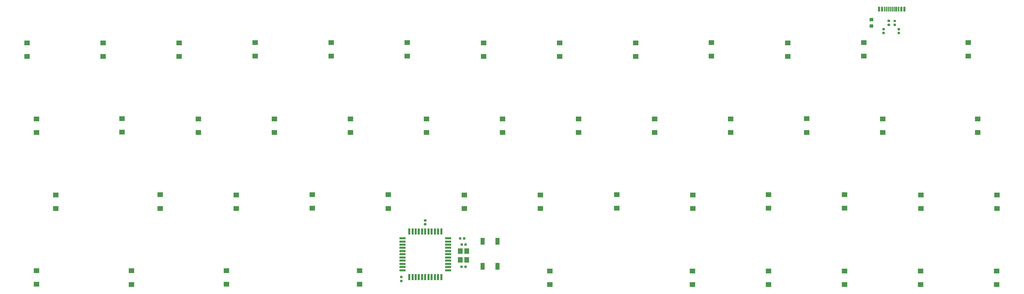
<source format=gbr>
G04 #@! TF.GenerationSoftware,KiCad,Pcbnew,(5.1.5)-3*
G04 #@! TF.CreationDate,2020-05-19T14:28:27+02:00*
G04 #@! TF.ProjectId,40 with arrows,34302520-7769-4746-9820-6172726f7773,rev?*
G04 #@! TF.SameCoordinates,Original*
G04 #@! TF.FileFunction,Paste,Bot*
G04 #@! TF.FilePolarity,Positive*
%FSLAX46Y46*%
G04 Gerber Fmt 4.6, Leading zero omitted, Abs format (unit mm)*
G04 Created by KiCad (PCBNEW (5.1.5)-3) date 2020-05-19 14:28:27*
%MOMM*%
%LPD*%
G04 APERTURE LIST*
%ADD10C,0.100000*%
%ADD11R,0.600000X1.160000*%
%ADD12R,0.300000X1.160000*%
%ADD13R,1.100000X1.800000*%
%ADD14R,1.400000X1.200000*%
%ADD15R,0.550000X1.500000*%
%ADD16R,1.500000X0.550000*%
%ADD17R,1.200000X1.400000*%
G04 APERTURE END LIST*
D10*
G36*
X245097691Y-44056053D02*
G01*
X245118926Y-44059203D01*
X245139750Y-44064419D01*
X245159962Y-44071651D01*
X245179368Y-44080830D01*
X245197781Y-44091866D01*
X245215024Y-44104654D01*
X245230930Y-44119070D01*
X245245346Y-44134976D01*
X245258134Y-44152219D01*
X245269170Y-44170632D01*
X245278349Y-44190038D01*
X245285581Y-44210250D01*
X245290797Y-44231074D01*
X245293947Y-44252309D01*
X245295000Y-44273750D01*
X245295000Y-44711250D01*
X245293947Y-44732691D01*
X245290797Y-44753926D01*
X245285581Y-44774750D01*
X245278349Y-44794962D01*
X245269170Y-44814368D01*
X245258134Y-44832781D01*
X245245346Y-44850024D01*
X245230930Y-44865930D01*
X245215024Y-44880346D01*
X245197781Y-44893134D01*
X245179368Y-44904170D01*
X245159962Y-44913349D01*
X245139750Y-44920581D01*
X245118926Y-44925797D01*
X245097691Y-44928947D01*
X245076250Y-44930000D01*
X244563750Y-44930000D01*
X244542309Y-44928947D01*
X244521074Y-44925797D01*
X244500250Y-44920581D01*
X244480038Y-44913349D01*
X244460632Y-44904170D01*
X244442219Y-44893134D01*
X244424976Y-44880346D01*
X244409070Y-44865930D01*
X244394654Y-44850024D01*
X244381866Y-44832781D01*
X244370830Y-44814368D01*
X244361651Y-44794962D01*
X244354419Y-44774750D01*
X244349203Y-44753926D01*
X244346053Y-44732691D01*
X244345000Y-44711250D01*
X244345000Y-44273750D01*
X244346053Y-44252309D01*
X244349203Y-44231074D01*
X244354419Y-44210250D01*
X244361651Y-44190038D01*
X244370830Y-44170632D01*
X244381866Y-44152219D01*
X244394654Y-44134976D01*
X244409070Y-44119070D01*
X244424976Y-44104654D01*
X244442219Y-44091866D01*
X244460632Y-44080830D01*
X244480038Y-44071651D01*
X244500250Y-44064419D01*
X244521074Y-44059203D01*
X244542309Y-44056053D01*
X244563750Y-44055000D01*
X245076250Y-44055000D01*
X245097691Y-44056053D01*
G37*
G36*
X245097691Y-45631053D02*
G01*
X245118926Y-45634203D01*
X245139750Y-45639419D01*
X245159962Y-45646651D01*
X245179368Y-45655830D01*
X245197781Y-45666866D01*
X245215024Y-45679654D01*
X245230930Y-45694070D01*
X245245346Y-45709976D01*
X245258134Y-45727219D01*
X245269170Y-45745632D01*
X245278349Y-45765038D01*
X245285581Y-45785250D01*
X245290797Y-45806074D01*
X245293947Y-45827309D01*
X245295000Y-45848750D01*
X245295000Y-46286250D01*
X245293947Y-46307691D01*
X245290797Y-46328926D01*
X245285581Y-46349750D01*
X245278349Y-46369962D01*
X245269170Y-46389368D01*
X245258134Y-46407781D01*
X245245346Y-46425024D01*
X245230930Y-46440930D01*
X245215024Y-46455346D01*
X245197781Y-46468134D01*
X245179368Y-46479170D01*
X245159962Y-46488349D01*
X245139750Y-46495581D01*
X245118926Y-46500797D01*
X245097691Y-46503947D01*
X245076250Y-46505000D01*
X244563750Y-46505000D01*
X244542309Y-46503947D01*
X244521074Y-46500797D01*
X244500250Y-46495581D01*
X244480038Y-46488349D01*
X244460632Y-46479170D01*
X244442219Y-46468134D01*
X244424976Y-46455346D01*
X244409070Y-46440930D01*
X244394654Y-46425024D01*
X244381866Y-46407781D01*
X244370830Y-46389368D01*
X244361651Y-46369962D01*
X244354419Y-46349750D01*
X244349203Y-46328926D01*
X244346053Y-46307691D01*
X244345000Y-46286250D01*
X244345000Y-45848750D01*
X244346053Y-45827309D01*
X244349203Y-45806074D01*
X244354419Y-45785250D01*
X244361651Y-45765038D01*
X244370830Y-45745632D01*
X244381866Y-45727219D01*
X244394654Y-45709976D01*
X244409070Y-45694070D01*
X244424976Y-45679654D01*
X244442219Y-45666866D01*
X244460632Y-45655830D01*
X244480038Y-45646651D01*
X244500250Y-45639419D01*
X244521074Y-45634203D01*
X244542309Y-45631053D01*
X244563750Y-45630000D01*
X245076250Y-45630000D01*
X245097691Y-45631053D01*
G37*
D11*
X253120000Y-41880000D03*
X252320000Y-41880000D03*
X253120000Y-41880000D03*
X252320000Y-41880000D03*
X246720000Y-41880000D03*
X246720000Y-41880000D03*
X247520000Y-41880000D03*
X247520000Y-41880000D03*
D12*
X251670000Y-41880000D03*
X250670000Y-41880000D03*
X251170000Y-41880000D03*
X248670000Y-41880000D03*
X248170000Y-41880000D03*
X250170000Y-41880000D03*
X249670000Y-41880000D03*
X249170000Y-41880000D03*
D13*
X151110000Y-100030000D03*
X147410000Y-106230000D03*
X147410000Y-100030000D03*
X151110000Y-106230000D03*
D10*
G36*
X133226958Y-94465710D02*
G01*
X133241276Y-94467834D01*
X133255317Y-94471351D01*
X133268946Y-94476228D01*
X133282031Y-94482417D01*
X133294447Y-94489858D01*
X133306073Y-94498481D01*
X133316798Y-94508202D01*
X133326519Y-94518927D01*
X133335142Y-94530553D01*
X133342583Y-94542969D01*
X133348772Y-94556054D01*
X133353649Y-94569683D01*
X133357166Y-94583724D01*
X133359290Y-94598042D01*
X133360000Y-94612500D01*
X133360000Y-94907500D01*
X133359290Y-94921958D01*
X133357166Y-94936276D01*
X133353649Y-94950317D01*
X133348772Y-94963946D01*
X133342583Y-94977031D01*
X133335142Y-94989447D01*
X133326519Y-95001073D01*
X133316798Y-95011798D01*
X133306073Y-95021519D01*
X133294447Y-95030142D01*
X133282031Y-95037583D01*
X133268946Y-95043772D01*
X133255317Y-95048649D01*
X133241276Y-95052166D01*
X133226958Y-95054290D01*
X133212500Y-95055000D01*
X132867500Y-95055000D01*
X132853042Y-95054290D01*
X132838724Y-95052166D01*
X132824683Y-95048649D01*
X132811054Y-95043772D01*
X132797969Y-95037583D01*
X132785553Y-95030142D01*
X132773927Y-95021519D01*
X132763202Y-95011798D01*
X132753481Y-95001073D01*
X132744858Y-94989447D01*
X132737417Y-94977031D01*
X132731228Y-94963946D01*
X132726351Y-94950317D01*
X132722834Y-94936276D01*
X132720710Y-94921958D01*
X132720000Y-94907500D01*
X132720000Y-94612500D01*
X132720710Y-94598042D01*
X132722834Y-94583724D01*
X132726351Y-94569683D01*
X132731228Y-94556054D01*
X132737417Y-94542969D01*
X132744858Y-94530553D01*
X132753481Y-94518927D01*
X132763202Y-94508202D01*
X132773927Y-94498481D01*
X132785553Y-94489858D01*
X132797969Y-94482417D01*
X132811054Y-94476228D01*
X132824683Y-94471351D01*
X132838724Y-94467834D01*
X132853042Y-94465710D01*
X132867500Y-94465000D01*
X133212500Y-94465000D01*
X133226958Y-94465710D01*
G37*
G36*
X133226958Y-95435710D02*
G01*
X133241276Y-95437834D01*
X133255317Y-95441351D01*
X133268946Y-95446228D01*
X133282031Y-95452417D01*
X133294447Y-95459858D01*
X133306073Y-95468481D01*
X133316798Y-95478202D01*
X133326519Y-95488927D01*
X133335142Y-95500553D01*
X133342583Y-95512969D01*
X133348772Y-95526054D01*
X133353649Y-95539683D01*
X133357166Y-95553724D01*
X133359290Y-95568042D01*
X133360000Y-95582500D01*
X133360000Y-95877500D01*
X133359290Y-95891958D01*
X133357166Y-95906276D01*
X133353649Y-95920317D01*
X133348772Y-95933946D01*
X133342583Y-95947031D01*
X133335142Y-95959447D01*
X133326519Y-95971073D01*
X133316798Y-95981798D01*
X133306073Y-95991519D01*
X133294447Y-96000142D01*
X133282031Y-96007583D01*
X133268946Y-96013772D01*
X133255317Y-96018649D01*
X133241276Y-96022166D01*
X133226958Y-96024290D01*
X133212500Y-96025000D01*
X132867500Y-96025000D01*
X132853042Y-96024290D01*
X132838724Y-96022166D01*
X132824683Y-96018649D01*
X132811054Y-96013772D01*
X132797969Y-96007583D01*
X132785553Y-96000142D01*
X132773927Y-95991519D01*
X132763202Y-95981798D01*
X132753481Y-95971073D01*
X132744858Y-95959447D01*
X132737417Y-95947031D01*
X132731228Y-95933946D01*
X132726351Y-95920317D01*
X132722834Y-95906276D01*
X132720710Y-95891958D01*
X132720000Y-95877500D01*
X132720000Y-95582500D01*
X132720710Y-95568042D01*
X132722834Y-95553724D01*
X132726351Y-95539683D01*
X132731228Y-95526054D01*
X132737417Y-95512969D01*
X132744858Y-95500553D01*
X132753481Y-95488927D01*
X132763202Y-95478202D01*
X132773927Y-95468481D01*
X132785553Y-95459858D01*
X132797969Y-95452417D01*
X132811054Y-95446228D01*
X132824683Y-95441351D01*
X132838724Y-95437834D01*
X132853042Y-95435710D01*
X132867500Y-95435000D01*
X133212500Y-95435000D01*
X133226958Y-95435710D01*
G37*
G36*
X142346958Y-100500710D02*
G01*
X142361276Y-100502834D01*
X142375317Y-100506351D01*
X142388946Y-100511228D01*
X142402031Y-100517417D01*
X142414447Y-100524858D01*
X142426073Y-100533481D01*
X142436798Y-100543202D01*
X142446519Y-100553927D01*
X142455142Y-100565553D01*
X142462583Y-100577969D01*
X142468772Y-100591054D01*
X142473649Y-100604683D01*
X142477166Y-100618724D01*
X142479290Y-100633042D01*
X142480000Y-100647500D01*
X142480000Y-100992500D01*
X142479290Y-101006958D01*
X142477166Y-101021276D01*
X142473649Y-101035317D01*
X142468772Y-101048946D01*
X142462583Y-101062031D01*
X142455142Y-101074447D01*
X142446519Y-101086073D01*
X142436798Y-101096798D01*
X142426073Y-101106519D01*
X142414447Y-101115142D01*
X142402031Y-101122583D01*
X142388946Y-101128772D01*
X142375317Y-101133649D01*
X142361276Y-101137166D01*
X142346958Y-101139290D01*
X142332500Y-101140000D01*
X142037500Y-101140000D01*
X142023042Y-101139290D01*
X142008724Y-101137166D01*
X141994683Y-101133649D01*
X141981054Y-101128772D01*
X141967969Y-101122583D01*
X141955553Y-101115142D01*
X141943927Y-101106519D01*
X141933202Y-101096798D01*
X141923481Y-101086073D01*
X141914858Y-101074447D01*
X141907417Y-101062031D01*
X141901228Y-101048946D01*
X141896351Y-101035317D01*
X141892834Y-101021276D01*
X141890710Y-101006958D01*
X141890000Y-100992500D01*
X141890000Y-100647500D01*
X141890710Y-100633042D01*
X141892834Y-100618724D01*
X141896351Y-100604683D01*
X141901228Y-100591054D01*
X141907417Y-100577969D01*
X141914858Y-100565553D01*
X141923481Y-100553927D01*
X141933202Y-100543202D01*
X141943927Y-100533481D01*
X141955553Y-100524858D01*
X141967969Y-100517417D01*
X141981054Y-100511228D01*
X141994683Y-100506351D01*
X142008724Y-100502834D01*
X142023042Y-100500710D01*
X142037500Y-100500000D01*
X142332500Y-100500000D01*
X142346958Y-100500710D01*
G37*
G36*
X143316958Y-100500710D02*
G01*
X143331276Y-100502834D01*
X143345317Y-100506351D01*
X143358946Y-100511228D01*
X143372031Y-100517417D01*
X143384447Y-100524858D01*
X143396073Y-100533481D01*
X143406798Y-100543202D01*
X143416519Y-100553927D01*
X143425142Y-100565553D01*
X143432583Y-100577969D01*
X143438772Y-100591054D01*
X143443649Y-100604683D01*
X143447166Y-100618724D01*
X143449290Y-100633042D01*
X143450000Y-100647500D01*
X143450000Y-100992500D01*
X143449290Y-101006958D01*
X143447166Y-101021276D01*
X143443649Y-101035317D01*
X143438772Y-101048946D01*
X143432583Y-101062031D01*
X143425142Y-101074447D01*
X143416519Y-101086073D01*
X143406798Y-101096798D01*
X143396073Y-101106519D01*
X143384447Y-101115142D01*
X143372031Y-101122583D01*
X143358946Y-101128772D01*
X143345317Y-101133649D01*
X143331276Y-101137166D01*
X143316958Y-101139290D01*
X143302500Y-101140000D01*
X143007500Y-101140000D01*
X142993042Y-101139290D01*
X142978724Y-101137166D01*
X142964683Y-101133649D01*
X142951054Y-101128772D01*
X142937969Y-101122583D01*
X142925553Y-101115142D01*
X142913927Y-101106519D01*
X142903202Y-101096798D01*
X142893481Y-101086073D01*
X142884858Y-101074447D01*
X142877417Y-101062031D01*
X142871228Y-101048946D01*
X142866351Y-101035317D01*
X142862834Y-101021276D01*
X142860710Y-101006958D01*
X142860000Y-100992500D01*
X142860000Y-100647500D01*
X142860710Y-100633042D01*
X142862834Y-100618724D01*
X142866351Y-100604683D01*
X142871228Y-100591054D01*
X142877417Y-100577969D01*
X142884858Y-100565553D01*
X142893481Y-100553927D01*
X142903202Y-100543202D01*
X142913927Y-100533481D01*
X142925553Y-100524858D01*
X142937969Y-100517417D01*
X142951054Y-100511228D01*
X142964683Y-100506351D01*
X142978724Y-100502834D01*
X142993042Y-100500710D01*
X143007500Y-100500000D01*
X143302500Y-100500000D01*
X143316958Y-100500710D01*
G37*
G36*
X142316958Y-106070710D02*
G01*
X142331276Y-106072834D01*
X142345317Y-106076351D01*
X142358946Y-106081228D01*
X142372031Y-106087417D01*
X142384447Y-106094858D01*
X142396073Y-106103481D01*
X142406798Y-106113202D01*
X142416519Y-106123927D01*
X142425142Y-106135553D01*
X142432583Y-106147969D01*
X142438772Y-106161054D01*
X142443649Y-106174683D01*
X142447166Y-106188724D01*
X142449290Y-106203042D01*
X142450000Y-106217500D01*
X142450000Y-106562500D01*
X142449290Y-106576958D01*
X142447166Y-106591276D01*
X142443649Y-106605317D01*
X142438772Y-106618946D01*
X142432583Y-106632031D01*
X142425142Y-106644447D01*
X142416519Y-106656073D01*
X142406798Y-106666798D01*
X142396073Y-106676519D01*
X142384447Y-106685142D01*
X142372031Y-106692583D01*
X142358946Y-106698772D01*
X142345317Y-106703649D01*
X142331276Y-106707166D01*
X142316958Y-106709290D01*
X142302500Y-106710000D01*
X142007500Y-106710000D01*
X141993042Y-106709290D01*
X141978724Y-106707166D01*
X141964683Y-106703649D01*
X141951054Y-106698772D01*
X141937969Y-106692583D01*
X141925553Y-106685142D01*
X141913927Y-106676519D01*
X141903202Y-106666798D01*
X141893481Y-106656073D01*
X141884858Y-106644447D01*
X141877417Y-106632031D01*
X141871228Y-106618946D01*
X141866351Y-106605317D01*
X141862834Y-106591276D01*
X141860710Y-106576958D01*
X141860000Y-106562500D01*
X141860000Y-106217500D01*
X141860710Y-106203042D01*
X141862834Y-106188724D01*
X141866351Y-106174683D01*
X141871228Y-106161054D01*
X141877417Y-106147969D01*
X141884858Y-106135553D01*
X141893481Y-106123927D01*
X141903202Y-106113202D01*
X141913927Y-106103481D01*
X141925553Y-106094858D01*
X141937969Y-106087417D01*
X141951054Y-106081228D01*
X141964683Y-106076351D01*
X141978724Y-106072834D01*
X141993042Y-106070710D01*
X142007500Y-106070000D01*
X142302500Y-106070000D01*
X142316958Y-106070710D01*
G37*
G36*
X143286958Y-106070710D02*
G01*
X143301276Y-106072834D01*
X143315317Y-106076351D01*
X143328946Y-106081228D01*
X143342031Y-106087417D01*
X143354447Y-106094858D01*
X143366073Y-106103481D01*
X143376798Y-106113202D01*
X143386519Y-106123927D01*
X143395142Y-106135553D01*
X143402583Y-106147969D01*
X143408772Y-106161054D01*
X143413649Y-106174683D01*
X143417166Y-106188724D01*
X143419290Y-106203042D01*
X143420000Y-106217500D01*
X143420000Y-106562500D01*
X143419290Y-106576958D01*
X143417166Y-106591276D01*
X143413649Y-106605317D01*
X143408772Y-106618946D01*
X143402583Y-106632031D01*
X143395142Y-106644447D01*
X143386519Y-106656073D01*
X143376798Y-106666798D01*
X143366073Y-106676519D01*
X143354447Y-106685142D01*
X143342031Y-106692583D01*
X143328946Y-106698772D01*
X143315317Y-106703649D01*
X143301276Y-106707166D01*
X143286958Y-106709290D01*
X143272500Y-106710000D01*
X142977500Y-106710000D01*
X142963042Y-106709290D01*
X142948724Y-106707166D01*
X142934683Y-106703649D01*
X142921054Y-106698772D01*
X142907969Y-106692583D01*
X142895553Y-106685142D01*
X142883927Y-106676519D01*
X142873202Y-106666798D01*
X142863481Y-106656073D01*
X142854858Y-106644447D01*
X142847417Y-106632031D01*
X142841228Y-106618946D01*
X142836351Y-106605317D01*
X142832834Y-106591276D01*
X142830710Y-106576958D01*
X142830000Y-106562500D01*
X142830000Y-106217500D01*
X142830710Y-106203042D01*
X142832834Y-106188724D01*
X142836351Y-106174683D01*
X142841228Y-106161054D01*
X142847417Y-106147969D01*
X142854858Y-106135553D01*
X142863481Y-106123927D01*
X142873202Y-106113202D01*
X142883927Y-106103481D01*
X142895553Y-106094858D01*
X142907969Y-106087417D01*
X142921054Y-106081228D01*
X142934683Y-106076351D01*
X142948724Y-106072834D01*
X142963042Y-106070710D01*
X142977500Y-106070000D01*
X143272500Y-106070000D01*
X143286958Y-106070710D01*
G37*
D14*
X33320000Y-53710000D03*
X33320000Y-50310000D03*
X52370000Y-50300000D03*
X52370000Y-53700000D03*
X71410000Y-50290000D03*
X71410000Y-53690000D03*
X90400000Y-53590000D03*
X90400000Y-50190000D03*
X109520000Y-50210000D03*
X109520000Y-53610000D03*
X128570000Y-53640000D03*
X128570000Y-50240000D03*
X147640000Y-50280000D03*
X147640000Y-53680000D03*
X166700000Y-53680000D03*
X166700000Y-50280000D03*
X185750000Y-50280000D03*
X185750000Y-53680000D03*
X204730000Y-53620000D03*
X204730000Y-50220000D03*
X223840000Y-53680000D03*
X223840000Y-50280000D03*
X242880000Y-53620000D03*
X242880000Y-50220000D03*
X269070000Y-50220000D03*
X269070000Y-53620000D03*
X35690000Y-69330000D03*
X35690000Y-72730000D03*
X57090000Y-69300000D03*
X57090000Y-72700000D03*
X76190000Y-69330000D03*
X76190000Y-72730000D03*
X95230000Y-72750000D03*
X95230000Y-69350000D03*
X114270000Y-69330000D03*
X114270000Y-72730000D03*
X133330000Y-72740000D03*
X133330000Y-69340000D03*
X152420000Y-69350000D03*
X152420000Y-72750000D03*
X171470000Y-72730000D03*
X171470000Y-69330000D03*
X190490000Y-69340000D03*
X190490000Y-72740000D03*
X209550000Y-72730000D03*
X209550000Y-69330000D03*
X228600000Y-69310000D03*
X228600000Y-72710000D03*
X247640000Y-72720000D03*
X247640000Y-69320000D03*
X271450000Y-69330000D03*
X271450000Y-72730000D03*
X40440000Y-91780000D03*
X40440000Y-88380000D03*
X66630000Y-88360000D03*
X66630000Y-91760000D03*
X85690000Y-88390000D03*
X85690000Y-91790000D03*
X104760000Y-91750000D03*
X104760000Y-88350000D03*
X123780000Y-91760000D03*
X123780000Y-88360000D03*
X142850000Y-88390000D03*
X142850000Y-91790000D03*
X161900000Y-91790000D03*
X161900000Y-88390000D03*
X181000000Y-88350000D03*
X181000000Y-91750000D03*
X200040000Y-91780000D03*
X200040000Y-88380000D03*
X219080000Y-88340000D03*
X219080000Y-91740000D03*
X238120000Y-91740000D03*
X238120000Y-88340000D03*
X257220000Y-88400000D03*
X257220000Y-91800000D03*
X276250000Y-91800000D03*
X276250000Y-88400000D03*
X35630000Y-110790000D03*
X35630000Y-107390000D03*
X59470000Y-107410000D03*
X59470000Y-110810000D03*
X83250000Y-110800000D03*
X83250000Y-107400000D03*
X116610000Y-107400000D03*
X116610000Y-110800000D03*
X164250000Y-110860000D03*
X164250000Y-107460000D03*
X199960000Y-107450000D03*
X199960000Y-110850000D03*
X219060000Y-110850000D03*
X219060000Y-107450000D03*
X238130000Y-107450000D03*
X238130000Y-110850000D03*
X257180000Y-107430000D03*
X257180000Y-110830000D03*
X276200000Y-110840000D03*
X276200000Y-107440000D03*
D10*
G36*
X250856958Y-44510710D02*
G01*
X250871276Y-44512834D01*
X250885317Y-44516351D01*
X250898946Y-44521228D01*
X250912031Y-44527417D01*
X250924447Y-44534858D01*
X250936073Y-44543481D01*
X250946798Y-44553202D01*
X250956519Y-44563927D01*
X250965142Y-44575553D01*
X250972583Y-44587969D01*
X250978772Y-44601054D01*
X250983649Y-44614683D01*
X250987166Y-44628724D01*
X250989290Y-44643042D01*
X250990000Y-44657500D01*
X250990000Y-44952500D01*
X250989290Y-44966958D01*
X250987166Y-44981276D01*
X250983649Y-44995317D01*
X250978772Y-45008946D01*
X250972583Y-45022031D01*
X250965142Y-45034447D01*
X250956519Y-45046073D01*
X250946798Y-45056798D01*
X250936073Y-45066519D01*
X250924447Y-45075142D01*
X250912031Y-45082583D01*
X250898946Y-45088772D01*
X250885317Y-45093649D01*
X250871276Y-45097166D01*
X250856958Y-45099290D01*
X250842500Y-45100000D01*
X250497500Y-45100000D01*
X250483042Y-45099290D01*
X250468724Y-45097166D01*
X250454683Y-45093649D01*
X250441054Y-45088772D01*
X250427969Y-45082583D01*
X250415553Y-45075142D01*
X250403927Y-45066519D01*
X250393202Y-45056798D01*
X250383481Y-45046073D01*
X250374858Y-45034447D01*
X250367417Y-45022031D01*
X250361228Y-45008946D01*
X250356351Y-44995317D01*
X250352834Y-44981276D01*
X250350710Y-44966958D01*
X250350000Y-44952500D01*
X250350000Y-44657500D01*
X250350710Y-44643042D01*
X250352834Y-44628724D01*
X250356351Y-44614683D01*
X250361228Y-44601054D01*
X250367417Y-44587969D01*
X250374858Y-44575553D01*
X250383481Y-44563927D01*
X250393202Y-44553202D01*
X250403927Y-44543481D01*
X250415553Y-44534858D01*
X250427969Y-44527417D01*
X250441054Y-44521228D01*
X250454683Y-44516351D01*
X250468724Y-44512834D01*
X250483042Y-44510710D01*
X250497500Y-44510000D01*
X250842500Y-44510000D01*
X250856958Y-44510710D01*
G37*
G36*
X250856958Y-45480710D02*
G01*
X250871276Y-45482834D01*
X250885317Y-45486351D01*
X250898946Y-45491228D01*
X250912031Y-45497417D01*
X250924447Y-45504858D01*
X250936073Y-45513481D01*
X250946798Y-45523202D01*
X250956519Y-45533927D01*
X250965142Y-45545553D01*
X250972583Y-45557969D01*
X250978772Y-45571054D01*
X250983649Y-45584683D01*
X250987166Y-45598724D01*
X250989290Y-45613042D01*
X250990000Y-45627500D01*
X250990000Y-45922500D01*
X250989290Y-45936958D01*
X250987166Y-45951276D01*
X250983649Y-45965317D01*
X250978772Y-45978946D01*
X250972583Y-45992031D01*
X250965142Y-46004447D01*
X250956519Y-46016073D01*
X250946798Y-46026798D01*
X250936073Y-46036519D01*
X250924447Y-46045142D01*
X250912031Y-46052583D01*
X250898946Y-46058772D01*
X250885317Y-46063649D01*
X250871276Y-46067166D01*
X250856958Y-46069290D01*
X250842500Y-46070000D01*
X250497500Y-46070000D01*
X250483042Y-46069290D01*
X250468724Y-46067166D01*
X250454683Y-46063649D01*
X250441054Y-46058772D01*
X250427969Y-46052583D01*
X250415553Y-46045142D01*
X250403927Y-46036519D01*
X250393202Y-46026798D01*
X250383481Y-46016073D01*
X250374858Y-46004447D01*
X250367417Y-45992031D01*
X250361228Y-45978946D01*
X250356351Y-45965317D01*
X250352834Y-45951276D01*
X250350710Y-45936958D01*
X250350000Y-45922500D01*
X250350000Y-45627500D01*
X250350710Y-45613042D01*
X250352834Y-45598724D01*
X250356351Y-45584683D01*
X250361228Y-45571054D01*
X250367417Y-45557969D01*
X250374858Y-45545553D01*
X250383481Y-45533927D01*
X250393202Y-45523202D01*
X250403927Y-45513481D01*
X250415553Y-45504858D01*
X250427969Y-45497417D01*
X250441054Y-45491228D01*
X250454683Y-45486351D01*
X250468724Y-45482834D01*
X250483042Y-45480710D01*
X250497500Y-45480000D01*
X250842500Y-45480000D01*
X250856958Y-45480710D01*
G37*
G36*
X249356958Y-45470710D02*
G01*
X249371276Y-45472834D01*
X249385317Y-45476351D01*
X249398946Y-45481228D01*
X249412031Y-45487417D01*
X249424447Y-45494858D01*
X249436073Y-45503481D01*
X249446798Y-45513202D01*
X249456519Y-45523927D01*
X249465142Y-45535553D01*
X249472583Y-45547969D01*
X249478772Y-45561054D01*
X249483649Y-45574683D01*
X249487166Y-45588724D01*
X249489290Y-45603042D01*
X249490000Y-45617500D01*
X249490000Y-45912500D01*
X249489290Y-45926958D01*
X249487166Y-45941276D01*
X249483649Y-45955317D01*
X249478772Y-45968946D01*
X249472583Y-45982031D01*
X249465142Y-45994447D01*
X249456519Y-46006073D01*
X249446798Y-46016798D01*
X249436073Y-46026519D01*
X249424447Y-46035142D01*
X249412031Y-46042583D01*
X249398946Y-46048772D01*
X249385317Y-46053649D01*
X249371276Y-46057166D01*
X249356958Y-46059290D01*
X249342500Y-46060000D01*
X248997500Y-46060000D01*
X248983042Y-46059290D01*
X248968724Y-46057166D01*
X248954683Y-46053649D01*
X248941054Y-46048772D01*
X248927969Y-46042583D01*
X248915553Y-46035142D01*
X248903927Y-46026519D01*
X248893202Y-46016798D01*
X248883481Y-46006073D01*
X248874858Y-45994447D01*
X248867417Y-45982031D01*
X248861228Y-45968946D01*
X248856351Y-45955317D01*
X248852834Y-45941276D01*
X248850710Y-45926958D01*
X248850000Y-45912500D01*
X248850000Y-45617500D01*
X248850710Y-45603042D01*
X248852834Y-45588724D01*
X248856351Y-45574683D01*
X248861228Y-45561054D01*
X248867417Y-45547969D01*
X248874858Y-45535553D01*
X248883481Y-45523927D01*
X248893202Y-45513202D01*
X248903927Y-45503481D01*
X248915553Y-45494858D01*
X248927969Y-45487417D01*
X248941054Y-45481228D01*
X248954683Y-45476351D01*
X248968724Y-45472834D01*
X248983042Y-45470710D01*
X248997500Y-45470000D01*
X249342500Y-45470000D01*
X249356958Y-45470710D01*
G37*
G36*
X249356958Y-44500710D02*
G01*
X249371276Y-44502834D01*
X249385317Y-44506351D01*
X249398946Y-44511228D01*
X249412031Y-44517417D01*
X249424447Y-44524858D01*
X249436073Y-44533481D01*
X249446798Y-44543202D01*
X249456519Y-44553927D01*
X249465142Y-44565553D01*
X249472583Y-44577969D01*
X249478772Y-44591054D01*
X249483649Y-44604683D01*
X249487166Y-44618724D01*
X249489290Y-44633042D01*
X249490000Y-44647500D01*
X249490000Y-44942500D01*
X249489290Y-44956958D01*
X249487166Y-44971276D01*
X249483649Y-44985317D01*
X249478772Y-44998946D01*
X249472583Y-45012031D01*
X249465142Y-45024447D01*
X249456519Y-45036073D01*
X249446798Y-45046798D01*
X249436073Y-45056519D01*
X249424447Y-45065142D01*
X249412031Y-45072583D01*
X249398946Y-45078772D01*
X249385317Y-45083649D01*
X249371276Y-45087166D01*
X249356958Y-45089290D01*
X249342500Y-45090000D01*
X248997500Y-45090000D01*
X248983042Y-45089290D01*
X248968724Y-45087166D01*
X248954683Y-45083649D01*
X248941054Y-45078772D01*
X248927969Y-45072583D01*
X248915553Y-45065142D01*
X248903927Y-45056519D01*
X248893202Y-45046798D01*
X248883481Y-45036073D01*
X248874858Y-45024447D01*
X248867417Y-45012031D01*
X248861228Y-44998946D01*
X248856351Y-44985317D01*
X248852834Y-44971276D01*
X248850710Y-44956958D01*
X248850000Y-44942500D01*
X248850000Y-44647500D01*
X248850710Y-44633042D01*
X248852834Y-44618724D01*
X248856351Y-44604683D01*
X248861228Y-44591054D01*
X248867417Y-44577969D01*
X248874858Y-44565553D01*
X248883481Y-44553927D01*
X248893202Y-44543202D01*
X248903927Y-44533481D01*
X248915553Y-44524858D01*
X248927969Y-44517417D01*
X248941054Y-44511228D01*
X248954683Y-44506351D01*
X248968724Y-44502834D01*
X248983042Y-44500710D01*
X248997500Y-44500000D01*
X249342500Y-44500000D01*
X249356958Y-44500710D01*
G37*
G36*
X141966958Y-98980710D02*
G01*
X141981276Y-98982834D01*
X141995317Y-98986351D01*
X142008946Y-98991228D01*
X142022031Y-98997417D01*
X142034447Y-99004858D01*
X142046073Y-99013481D01*
X142056798Y-99023202D01*
X142066519Y-99033927D01*
X142075142Y-99045553D01*
X142082583Y-99057969D01*
X142088772Y-99071054D01*
X142093649Y-99084683D01*
X142097166Y-99098724D01*
X142099290Y-99113042D01*
X142100000Y-99127500D01*
X142100000Y-99472500D01*
X142099290Y-99486958D01*
X142097166Y-99501276D01*
X142093649Y-99515317D01*
X142088772Y-99528946D01*
X142082583Y-99542031D01*
X142075142Y-99554447D01*
X142066519Y-99566073D01*
X142056798Y-99576798D01*
X142046073Y-99586519D01*
X142034447Y-99595142D01*
X142022031Y-99602583D01*
X142008946Y-99608772D01*
X141995317Y-99613649D01*
X141981276Y-99617166D01*
X141966958Y-99619290D01*
X141952500Y-99620000D01*
X141657500Y-99620000D01*
X141643042Y-99619290D01*
X141628724Y-99617166D01*
X141614683Y-99613649D01*
X141601054Y-99608772D01*
X141587969Y-99602583D01*
X141575553Y-99595142D01*
X141563927Y-99586519D01*
X141553202Y-99576798D01*
X141543481Y-99566073D01*
X141534858Y-99554447D01*
X141527417Y-99542031D01*
X141521228Y-99528946D01*
X141516351Y-99515317D01*
X141512834Y-99501276D01*
X141510710Y-99486958D01*
X141510000Y-99472500D01*
X141510000Y-99127500D01*
X141510710Y-99113042D01*
X141512834Y-99098724D01*
X141516351Y-99084683D01*
X141521228Y-99071054D01*
X141527417Y-99057969D01*
X141534858Y-99045553D01*
X141543481Y-99033927D01*
X141553202Y-99023202D01*
X141563927Y-99013481D01*
X141575553Y-99004858D01*
X141587969Y-98997417D01*
X141601054Y-98991228D01*
X141614683Y-98986351D01*
X141628724Y-98982834D01*
X141643042Y-98980710D01*
X141657500Y-98980000D01*
X141952500Y-98980000D01*
X141966958Y-98980710D01*
G37*
G36*
X142936958Y-98980710D02*
G01*
X142951276Y-98982834D01*
X142965317Y-98986351D01*
X142978946Y-98991228D01*
X142992031Y-98997417D01*
X143004447Y-99004858D01*
X143016073Y-99013481D01*
X143026798Y-99023202D01*
X143036519Y-99033927D01*
X143045142Y-99045553D01*
X143052583Y-99057969D01*
X143058772Y-99071054D01*
X143063649Y-99084683D01*
X143067166Y-99098724D01*
X143069290Y-99113042D01*
X143070000Y-99127500D01*
X143070000Y-99472500D01*
X143069290Y-99486958D01*
X143067166Y-99501276D01*
X143063649Y-99515317D01*
X143058772Y-99528946D01*
X143052583Y-99542031D01*
X143045142Y-99554447D01*
X143036519Y-99566073D01*
X143026798Y-99576798D01*
X143016073Y-99586519D01*
X143004447Y-99595142D01*
X142992031Y-99602583D01*
X142978946Y-99608772D01*
X142965317Y-99613649D01*
X142951276Y-99617166D01*
X142936958Y-99619290D01*
X142922500Y-99620000D01*
X142627500Y-99620000D01*
X142613042Y-99619290D01*
X142598724Y-99617166D01*
X142584683Y-99613649D01*
X142571054Y-99608772D01*
X142557969Y-99602583D01*
X142545553Y-99595142D01*
X142533927Y-99586519D01*
X142523202Y-99576798D01*
X142513481Y-99566073D01*
X142504858Y-99554447D01*
X142497417Y-99542031D01*
X142491228Y-99528946D01*
X142486351Y-99515317D01*
X142482834Y-99501276D01*
X142480710Y-99486958D01*
X142480000Y-99472500D01*
X142480000Y-99127500D01*
X142480710Y-99113042D01*
X142482834Y-99098724D01*
X142486351Y-99084683D01*
X142491228Y-99071054D01*
X142497417Y-99057969D01*
X142504858Y-99045553D01*
X142513481Y-99033927D01*
X142523202Y-99023202D01*
X142533927Y-99013481D01*
X142545553Y-99004858D01*
X142557969Y-98997417D01*
X142571054Y-98991228D01*
X142584683Y-98986351D01*
X142598724Y-98982834D01*
X142613042Y-98980710D01*
X142627500Y-98980000D01*
X142922500Y-98980000D01*
X142936958Y-98980710D01*
G37*
G36*
X127246958Y-108670710D02*
G01*
X127261276Y-108672834D01*
X127275317Y-108676351D01*
X127288946Y-108681228D01*
X127302031Y-108687417D01*
X127314447Y-108694858D01*
X127326073Y-108703481D01*
X127336798Y-108713202D01*
X127346519Y-108723927D01*
X127355142Y-108735553D01*
X127362583Y-108747969D01*
X127368772Y-108761054D01*
X127373649Y-108774683D01*
X127377166Y-108788724D01*
X127379290Y-108803042D01*
X127380000Y-108817500D01*
X127380000Y-109112500D01*
X127379290Y-109126958D01*
X127377166Y-109141276D01*
X127373649Y-109155317D01*
X127368772Y-109168946D01*
X127362583Y-109182031D01*
X127355142Y-109194447D01*
X127346519Y-109206073D01*
X127336798Y-109216798D01*
X127326073Y-109226519D01*
X127314447Y-109235142D01*
X127302031Y-109242583D01*
X127288946Y-109248772D01*
X127275317Y-109253649D01*
X127261276Y-109257166D01*
X127246958Y-109259290D01*
X127232500Y-109260000D01*
X126887500Y-109260000D01*
X126873042Y-109259290D01*
X126858724Y-109257166D01*
X126844683Y-109253649D01*
X126831054Y-109248772D01*
X126817969Y-109242583D01*
X126805553Y-109235142D01*
X126793927Y-109226519D01*
X126783202Y-109216798D01*
X126773481Y-109206073D01*
X126764858Y-109194447D01*
X126757417Y-109182031D01*
X126751228Y-109168946D01*
X126746351Y-109155317D01*
X126742834Y-109141276D01*
X126740710Y-109126958D01*
X126740000Y-109112500D01*
X126740000Y-108817500D01*
X126740710Y-108803042D01*
X126742834Y-108788724D01*
X126746351Y-108774683D01*
X126751228Y-108761054D01*
X126757417Y-108747969D01*
X126764858Y-108735553D01*
X126773481Y-108723927D01*
X126783202Y-108713202D01*
X126793927Y-108703481D01*
X126805553Y-108694858D01*
X126817969Y-108687417D01*
X126831054Y-108681228D01*
X126844683Y-108676351D01*
X126858724Y-108672834D01*
X126873042Y-108670710D01*
X126887500Y-108670000D01*
X127232500Y-108670000D01*
X127246958Y-108670710D01*
G37*
G36*
X127246958Y-109640710D02*
G01*
X127261276Y-109642834D01*
X127275317Y-109646351D01*
X127288946Y-109651228D01*
X127302031Y-109657417D01*
X127314447Y-109664858D01*
X127326073Y-109673481D01*
X127336798Y-109683202D01*
X127346519Y-109693927D01*
X127355142Y-109705553D01*
X127362583Y-109717969D01*
X127368772Y-109731054D01*
X127373649Y-109744683D01*
X127377166Y-109758724D01*
X127379290Y-109773042D01*
X127380000Y-109787500D01*
X127380000Y-110082500D01*
X127379290Y-110096958D01*
X127377166Y-110111276D01*
X127373649Y-110125317D01*
X127368772Y-110138946D01*
X127362583Y-110152031D01*
X127355142Y-110164447D01*
X127346519Y-110176073D01*
X127336798Y-110186798D01*
X127326073Y-110196519D01*
X127314447Y-110205142D01*
X127302031Y-110212583D01*
X127288946Y-110218772D01*
X127275317Y-110223649D01*
X127261276Y-110227166D01*
X127246958Y-110229290D01*
X127232500Y-110230000D01*
X126887500Y-110230000D01*
X126873042Y-110229290D01*
X126858724Y-110227166D01*
X126844683Y-110223649D01*
X126831054Y-110218772D01*
X126817969Y-110212583D01*
X126805553Y-110205142D01*
X126793927Y-110196519D01*
X126783202Y-110186798D01*
X126773481Y-110176073D01*
X126764858Y-110164447D01*
X126757417Y-110152031D01*
X126751228Y-110138946D01*
X126746351Y-110125317D01*
X126742834Y-110111276D01*
X126740710Y-110096958D01*
X126740000Y-110082500D01*
X126740000Y-109787500D01*
X126740710Y-109773042D01*
X126742834Y-109758724D01*
X126746351Y-109744683D01*
X126751228Y-109731054D01*
X126757417Y-109717969D01*
X126764858Y-109705553D01*
X126773481Y-109693927D01*
X126783202Y-109683202D01*
X126793927Y-109673481D01*
X126805553Y-109664858D01*
X126817969Y-109657417D01*
X126831054Y-109651228D01*
X126844683Y-109646351D01*
X126858724Y-109642834D01*
X126873042Y-109640710D01*
X126887500Y-109640000D01*
X127232500Y-109640000D01*
X127246958Y-109640710D01*
G37*
D15*
X129050000Y-97550000D03*
X129850000Y-97550000D03*
X130650000Y-97550000D03*
X131450000Y-97550000D03*
X132250000Y-97550000D03*
X133050000Y-97550000D03*
X133850000Y-97550000D03*
X134650000Y-97550000D03*
X135450000Y-97550000D03*
X136250000Y-97550000D03*
X137050000Y-97550000D03*
D16*
X138750000Y-99250000D03*
X138750000Y-100050000D03*
X138750000Y-100850000D03*
X138750000Y-101650000D03*
X138750000Y-102450000D03*
X138750000Y-103250000D03*
X138750000Y-104050000D03*
X138750000Y-104850000D03*
X138750000Y-105650000D03*
X138750000Y-106450000D03*
X138750000Y-107250000D03*
D15*
X137050000Y-108950000D03*
X136250000Y-108950000D03*
X135450000Y-108950000D03*
X134650000Y-108950000D03*
X133850000Y-108950000D03*
X133050000Y-108950000D03*
X132250000Y-108950000D03*
X131450000Y-108950000D03*
X130650000Y-108950000D03*
X129850000Y-108950000D03*
X129050000Y-108950000D03*
D16*
X127350000Y-107250000D03*
X127350000Y-106450000D03*
X127350000Y-105650000D03*
X127350000Y-104850000D03*
X127350000Y-104050000D03*
X127350000Y-103250000D03*
X127350000Y-102450000D03*
X127350000Y-101650000D03*
X127350000Y-100850000D03*
X127350000Y-100050000D03*
X127350000Y-99250000D03*
D10*
G36*
X251866958Y-46575710D02*
G01*
X251881276Y-46577834D01*
X251895317Y-46581351D01*
X251908946Y-46586228D01*
X251922031Y-46592417D01*
X251934447Y-46599858D01*
X251946073Y-46608481D01*
X251956798Y-46618202D01*
X251966519Y-46628927D01*
X251975142Y-46640553D01*
X251982583Y-46652969D01*
X251988772Y-46666054D01*
X251993649Y-46679683D01*
X251997166Y-46693724D01*
X251999290Y-46708042D01*
X252000000Y-46722500D01*
X252000000Y-47017500D01*
X251999290Y-47031958D01*
X251997166Y-47046276D01*
X251993649Y-47060317D01*
X251988772Y-47073946D01*
X251982583Y-47087031D01*
X251975142Y-47099447D01*
X251966519Y-47111073D01*
X251956798Y-47121798D01*
X251946073Y-47131519D01*
X251934447Y-47140142D01*
X251922031Y-47147583D01*
X251908946Y-47153772D01*
X251895317Y-47158649D01*
X251881276Y-47162166D01*
X251866958Y-47164290D01*
X251852500Y-47165000D01*
X251507500Y-47165000D01*
X251493042Y-47164290D01*
X251478724Y-47162166D01*
X251464683Y-47158649D01*
X251451054Y-47153772D01*
X251437969Y-47147583D01*
X251425553Y-47140142D01*
X251413927Y-47131519D01*
X251403202Y-47121798D01*
X251393481Y-47111073D01*
X251384858Y-47099447D01*
X251377417Y-47087031D01*
X251371228Y-47073946D01*
X251366351Y-47060317D01*
X251362834Y-47046276D01*
X251360710Y-47031958D01*
X251360000Y-47017500D01*
X251360000Y-46722500D01*
X251360710Y-46708042D01*
X251362834Y-46693724D01*
X251366351Y-46679683D01*
X251371228Y-46666054D01*
X251377417Y-46652969D01*
X251384858Y-46640553D01*
X251393481Y-46628927D01*
X251403202Y-46618202D01*
X251413927Y-46608481D01*
X251425553Y-46599858D01*
X251437969Y-46592417D01*
X251451054Y-46586228D01*
X251464683Y-46581351D01*
X251478724Y-46577834D01*
X251493042Y-46575710D01*
X251507500Y-46575000D01*
X251852500Y-46575000D01*
X251866958Y-46575710D01*
G37*
G36*
X251866958Y-47545710D02*
G01*
X251881276Y-47547834D01*
X251895317Y-47551351D01*
X251908946Y-47556228D01*
X251922031Y-47562417D01*
X251934447Y-47569858D01*
X251946073Y-47578481D01*
X251956798Y-47588202D01*
X251966519Y-47598927D01*
X251975142Y-47610553D01*
X251982583Y-47622969D01*
X251988772Y-47636054D01*
X251993649Y-47649683D01*
X251997166Y-47663724D01*
X251999290Y-47678042D01*
X252000000Y-47692500D01*
X252000000Y-47987500D01*
X251999290Y-48001958D01*
X251997166Y-48016276D01*
X251993649Y-48030317D01*
X251988772Y-48043946D01*
X251982583Y-48057031D01*
X251975142Y-48069447D01*
X251966519Y-48081073D01*
X251956798Y-48091798D01*
X251946073Y-48101519D01*
X251934447Y-48110142D01*
X251922031Y-48117583D01*
X251908946Y-48123772D01*
X251895317Y-48128649D01*
X251881276Y-48132166D01*
X251866958Y-48134290D01*
X251852500Y-48135000D01*
X251507500Y-48135000D01*
X251493042Y-48134290D01*
X251478724Y-48132166D01*
X251464683Y-48128649D01*
X251451054Y-48123772D01*
X251437969Y-48117583D01*
X251425553Y-48110142D01*
X251413927Y-48101519D01*
X251403202Y-48091798D01*
X251393481Y-48081073D01*
X251384858Y-48069447D01*
X251377417Y-48057031D01*
X251371228Y-48043946D01*
X251366351Y-48030317D01*
X251362834Y-48016276D01*
X251360710Y-48001958D01*
X251360000Y-47987500D01*
X251360000Y-47692500D01*
X251360710Y-47678042D01*
X251362834Y-47663724D01*
X251366351Y-47649683D01*
X251371228Y-47636054D01*
X251377417Y-47622969D01*
X251384858Y-47610553D01*
X251393481Y-47598927D01*
X251403202Y-47588202D01*
X251413927Y-47578481D01*
X251425553Y-47569858D01*
X251437969Y-47562417D01*
X251451054Y-47556228D01*
X251464683Y-47551351D01*
X251478724Y-47547834D01*
X251493042Y-47545710D01*
X251507500Y-47545000D01*
X251852500Y-47545000D01*
X251866958Y-47545710D01*
G37*
G36*
X248046958Y-47520710D02*
G01*
X248061276Y-47522834D01*
X248075317Y-47526351D01*
X248088946Y-47531228D01*
X248102031Y-47537417D01*
X248114447Y-47544858D01*
X248126073Y-47553481D01*
X248136798Y-47563202D01*
X248146519Y-47573927D01*
X248155142Y-47585553D01*
X248162583Y-47597969D01*
X248168772Y-47611054D01*
X248173649Y-47624683D01*
X248177166Y-47638724D01*
X248179290Y-47653042D01*
X248180000Y-47667500D01*
X248180000Y-47962500D01*
X248179290Y-47976958D01*
X248177166Y-47991276D01*
X248173649Y-48005317D01*
X248168772Y-48018946D01*
X248162583Y-48032031D01*
X248155142Y-48044447D01*
X248146519Y-48056073D01*
X248136798Y-48066798D01*
X248126073Y-48076519D01*
X248114447Y-48085142D01*
X248102031Y-48092583D01*
X248088946Y-48098772D01*
X248075317Y-48103649D01*
X248061276Y-48107166D01*
X248046958Y-48109290D01*
X248032500Y-48110000D01*
X247687500Y-48110000D01*
X247673042Y-48109290D01*
X247658724Y-48107166D01*
X247644683Y-48103649D01*
X247631054Y-48098772D01*
X247617969Y-48092583D01*
X247605553Y-48085142D01*
X247593927Y-48076519D01*
X247583202Y-48066798D01*
X247573481Y-48056073D01*
X247564858Y-48044447D01*
X247557417Y-48032031D01*
X247551228Y-48018946D01*
X247546351Y-48005317D01*
X247542834Y-47991276D01*
X247540710Y-47976958D01*
X247540000Y-47962500D01*
X247540000Y-47667500D01*
X247540710Y-47653042D01*
X247542834Y-47638724D01*
X247546351Y-47624683D01*
X247551228Y-47611054D01*
X247557417Y-47597969D01*
X247564858Y-47585553D01*
X247573481Y-47573927D01*
X247583202Y-47563202D01*
X247593927Y-47553481D01*
X247605553Y-47544858D01*
X247617969Y-47537417D01*
X247631054Y-47531228D01*
X247644683Y-47526351D01*
X247658724Y-47522834D01*
X247673042Y-47520710D01*
X247687500Y-47520000D01*
X248032500Y-47520000D01*
X248046958Y-47520710D01*
G37*
G36*
X248046958Y-46550710D02*
G01*
X248061276Y-46552834D01*
X248075317Y-46556351D01*
X248088946Y-46561228D01*
X248102031Y-46567417D01*
X248114447Y-46574858D01*
X248126073Y-46583481D01*
X248136798Y-46593202D01*
X248146519Y-46603927D01*
X248155142Y-46615553D01*
X248162583Y-46627969D01*
X248168772Y-46641054D01*
X248173649Y-46654683D01*
X248177166Y-46668724D01*
X248179290Y-46683042D01*
X248180000Y-46697500D01*
X248180000Y-46992500D01*
X248179290Y-47006958D01*
X248177166Y-47021276D01*
X248173649Y-47035317D01*
X248168772Y-47048946D01*
X248162583Y-47062031D01*
X248155142Y-47074447D01*
X248146519Y-47086073D01*
X248136798Y-47096798D01*
X248126073Y-47106519D01*
X248114447Y-47115142D01*
X248102031Y-47122583D01*
X248088946Y-47128772D01*
X248075317Y-47133649D01*
X248061276Y-47137166D01*
X248046958Y-47139290D01*
X248032500Y-47140000D01*
X247687500Y-47140000D01*
X247673042Y-47139290D01*
X247658724Y-47137166D01*
X247644683Y-47133649D01*
X247631054Y-47128772D01*
X247617969Y-47122583D01*
X247605553Y-47115142D01*
X247593927Y-47106519D01*
X247583202Y-47096798D01*
X247573481Y-47086073D01*
X247564858Y-47074447D01*
X247557417Y-47062031D01*
X247551228Y-47048946D01*
X247546351Y-47035317D01*
X247542834Y-47021276D01*
X247540710Y-47006958D01*
X247540000Y-46992500D01*
X247540000Y-46697500D01*
X247540710Y-46683042D01*
X247542834Y-46668724D01*
X247546351Y-46654683D01*
X247551228Y-46641054D01*
X247557417Y-46627969D01*
X247564858Y-46615553D01*
X247573481Y-46603927D01*
X247583202Y-46593202D01*
X247593927Y-46583481D01*
X247605553Y-46574858D01*
X247617969Y-46567417D01*
X247631054Y-46561228D01*
X247644683Y-46556351D01*
X247658724Y-46552834D01*
X247673042Y-46550710D01*
X247687500Y-46550000D01*
X248032500Y-46550000D01*
X248046958Y-46550710D01*
G37*
D17*
X143440000Y-102500000D03*
X143440000Y-104700000D03*
X141840000Y-104700000D03*
X141840000Y-102500000D03*
M02*

</source>
